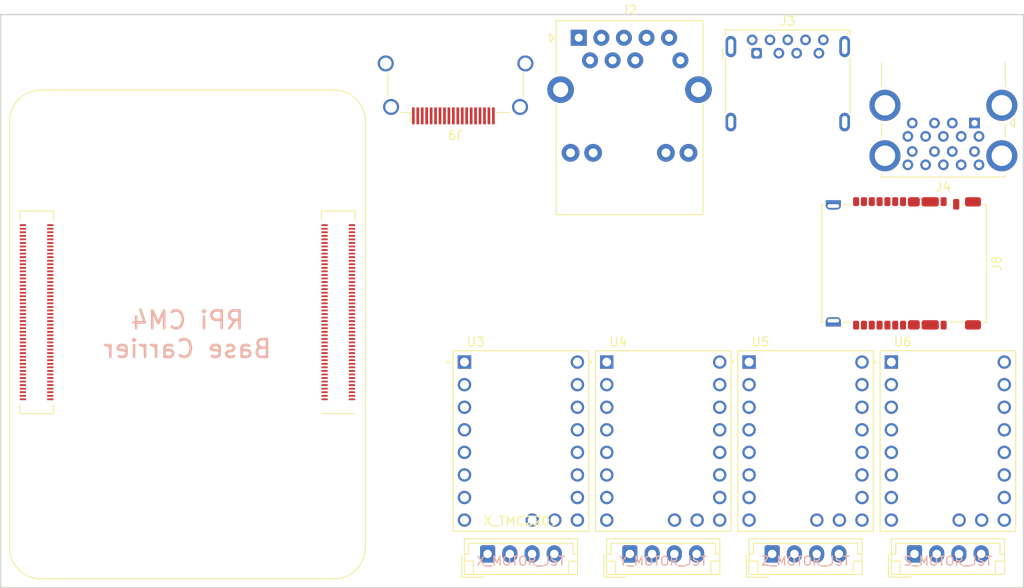
<source format=kicad_pcb>
(kicad_pcb (version 20241229) (generator "pcbnew") (generator_version "9.0")
  (title_block (title "Raspberry Pi Compute Module 4 Carrier Template") (date "2020-10-31") (rev "v01") (comment 2 "creativecommons.org/licenses/by/4.0/") (comment 3 "License: CC BY-SA 4.0") (comment 4 "Author: Shawn Hymel"))
  (layers (0 "F.Cu" signal) (2 "B.Cu" signal) (13 "F.Paste" user) (15 "B.Paste" user) (5 "F.SilkS" user "F.Silkscreen") (7 "B.SilkS" user "B.Silkscreen") (1 "F.Mask" user) (3 "B.Mask" user) (25 "Edge.Cuts" user))
  (net 0 "")
  (net 1 "GND")
  (net 2 "+5V")
  (net 3 "+3.3V")
  (net 4 "/CM4 GPIO/nRPIBOOT")
  (net 11 "/CM4 GPIO/GPIO11")
  (net 12 "/CM4 GPIO/GPIO9")
  (net 15 "/CM4 GPIO/GPIO_14")
  (net 17 "/CM4 GPIO/GPIO10")
  (net 28 "/CM4 GPIO/GPIO_6")
  (net 47 "/CM4 GPIO/GPIO2")
  (net 54 "/CM4 GPIO/GPIO_13")
  (net 55 "/CM4 GPIO/GPIO_20")
  (net 56 "/CM4 GPIO/GPIO_19")
  (net 58 "/CM4 GPIO/GPIO_5")
  (net 61 "/CM4 GPIO/EEPROM_nWP")
  (net 65 "/CM4 GPIO/nLED_Activity")
  (net 66 "+1.8V")
  (net 68 "/CM4 GPIO/nPWR_LED")
  (net 74 "/CM4 GPIO/GPIO_12")
  (net 92 "/CM4 GPIO/GPIO3")
  (net 106 "/CM4 GPIO/GPIO_15")
  (net 109 "/CM4 GPIO/GPIO_21")
  (net 113 "/CM4 GPIO/GPIO_16")
  (net 123 "Net-(J1-Pin_3)")
  (net 124 "/TMC Modules/GND_BUS")
  (net 125 "Net-(J1-Pin_1)")
  (net 126 "/TMC Modules/M_PDN")
  (net 127 "/TMC Modules/3V3_BUS")
  (net 128 "/TMC Modules/M_EN")
  (net 129 "/TMC Modules/24V_BUS")
  (net 130 "Net-(J1-Pin_2)")
  (net 132 "/TMC Modules/M_SPRD")
  (net 134 "Net-(J1-Pin_4)")
  (net 135 "Net-(J5-Pin_4)")
  (net 137 "Net-(J5-Pin_2)")
  (net 138 "Net-(J5-Pin_3)")
  (net 139 "Net-(J5-Pin_1)")
  (net 143 "Net-(J6-Pin_2)")
  (net 144 "Net-(J6-Pin_4)")
  (net 145 "Net-(J6-Pin_1)")
  (net 146 "Net-(J6-Pin_3)")
  (net 147 "Net-(J7-Pin_1)")
  (net 148 "Net-(J7-Pin_4)")
  (net 151 "Net-(J7-Pin_3)")
  (net 152 "Net-(J7-Pin_2)")
  (net 156 "/TMC Modules/UART")
  (net 157 "/CM4 GPIO/SD_DAT1")
  (net 158 "/CM4 GPIO/SD_CMD")
  (net 162 "/CM4 GPIO/SD_CLK")
  (net 164 "/CM4 GPIO/SD_DAT0")
  (net 168 "/CM4 GPIO/SD_DAT2")
  (net 169 "/CM4 GPIO/SD_DAT3")
  (footprint "Connector_JST:JST_EH_B4B-EH-A_1x04_P2.50mm_Vertical" (layer "F.Cu") (at 130.25 130.7)
    (property "Reference" "J5" (hide yes))
    (property "Value" "Y_MOTOR_JST" (at 3.75 0.8 0) (layer "B.SilkS"))
    (pad "1" thru_hole roundrect (at 0 0) (size 1.7 1.95) (drill 0.95) (layers "*.Cu" "*.Mask") (roundrect_rratio 0.147059) (net 139 "Net-(J5-Pin_1)"))
    (pad "2" thru_hole oval (at 2.5 0) (size 1.7 1.95) (drill 0.95) (layers "*.Cu" "*.Mask") (net 137 "Net-(J5-Pin_2)"))
    (pad "3" thru_hole oval (at 5 0) (size 1.7 1.95) (drill 0.95) (layers "*.Cu" "*.Mask") (net 138 "Net-(J5-Pin_3)"))
    (pad "4" thru_hole oval (at 7.5 0) (size 1.7 1.95) (drill 0.95) (layers "*.Cu" "*.Mask") (net 135 "Net-(J5-Pin_4)"))
  )
  (footprint "TMC2209:MODULE_TMC2209_SILENTSTEPSTICK" (layer "F.Cu") (at 150 118)
    (property "Reference" "U5" (at -5.075 -11.155 0) (layer "F.SilkS"))
    (property "Value" "X_TMC2209")
    (pad "1" thru_hole rect (at -6.35 -8.89) (size 1.508 1.508) (drill 1) (layers "*.Cu" "*.Mask") (net 124 "/TMC Modules/GND_BUS"))
    (pad "2" thru_hole circle (at -6.35 -6.35) (size 1.508 1.508) (drill 1) (layers "*.Cu" "*.Mask") (net 127 "/TMC Modules/3V3_BUS"))
    (pad "3" thru_hole circle (at -6.35 -3.81) (size 1.508 1.508) (drill 1) (layers "*.Cu" "*.Mask") (net 146 "Net-(J6-Pin_3)"))
    (pad "4" thru_hole circle (at -6.35 -1.27) (size 1.508 1.508) (drill 1) (layers "*.Cu" "*.Mask") (net 145 "Net-(J6-Pin_1)"))
    (pad "5" thru_hole circle (at -6.35 1.27) (size 1.508 1.508) (drill 1) (layers "*.Cu" "*.Mask") (net 143 "Net-(J6-Pin_2)"))
    (pad "6" thru_hole circle (at -6.35 3.81) (size 1.508 1.508) (drill 1) (layers "*.Cu" "*.Mask") (net 144 "Net-(J6-Pin_4)"))
    (pad "7" thru_hole circle (at -6.35 6.35) (size 1.508 1.508) (drill 1) (layers "*.Cu" "*.Mask") (net 124 "/TMC Modules/GND_BUS"))
    (pad "8" thru_hole circle (at -6.35 8.89) (size 1.508 1.508) (drill 1) (layers "*.Cu" "*.Mask") (net 129 "/TMC Modules/24V_BUS"))
    (pad "9" thru_hole circle (at 6.35 -8.89) (size 1.508 1.508) (drill 1) (layers "*.Cu" "*.Mask") (net 55 "/CM4 GPIO/GPIO_20"))
    (pad "10" thru_hole circle (at 6.35 -6.35) (size 1.508 1.508) (drill 1) (layers "*.Cu" "*.Mask") (net 58 "/CM4 GPIO/GPIO_5"))
    (pad "11" thru_hole circle (at 6.35 -3.81) (size 1.508 1.508) (drill 1) (layers "*.Cu" "*.Mask") (net 126 "/TMC Modules/M_PDN"))
    (pad "12" thru_hole circle (at 6.35 -1.27) (size 1.508 1.508) (drill 1) (layers "*.Cu" "*.Mask") (net 156 "/TMC Modules/UART"))
    (pad "13" thru_hole circle (at 6.35 1.27) (size 1.508 1.508) (drill 1) (layers "*.Cu" "*.Mask") (net 132 "/TMC Modules/M_SPRD"))
    (pad "14" thru_hole circle (at 6.35 3.81) (size 1.508 1.508) (drill 1) (layers "*.Cu" "*.Mask") (net 127 "/TMC Modules/3V3_BUS"))
    (pad "15" thru_hole circle (at 6.35 6.35) (size 1.508 1.508) (drill 1) (layers "*.Cu" "*.Mask") (net 127 "/TMC Modules/3V3_BUS"))
    (pad "16" thru_hole circle (at 6.35 8.89) (size 1.508 1.508) (drill 1) (layers "*.Cu" "*.Mask") (net 128 "/TMC Modules/M_EN"))
    (pad "17" thru_hole circle (at 1.27 8.89) (size 1.508 1.508) (drill 1) (layers "*.Cu" "*.Mask"))
    (pad "18" thru_hole circle (at 3.81 8.89) (size 1.508 1.508) (drill 1) (layers "*.Cu" "*.Mask"))
  )
  (footprint "Connector_JST:JST_EH_B4B-EH-A_1x04_P2.50mm_Vertical" (layer "F.Cu") (at 114.25 130.7)
    (property "Reference" "J1" (hide yes))
    (property "Value" "X_MOTOR_JST" (at 3.75 0.8 0) (layer "B.SilkS"))
    (pad "1" thru_hole roundrect (at 0 0) (size 1.7 1.95) (drill 0.95) (layers "*.Cu" "*.Mask") (roundrect_rratio 0.147059) (net 125 "Net-(J1-Pin_1)"))
    (pad "2" thru_hole oval (at 2.5 0) (size 1.7 1.95) (drill 0.95) (layers "*.Cu" "*.Mask") (net 130 "Net-(J1-Pin_2)"))
    (pad "3" thru_hole oval (at 5 0) (size 1.7 1.95) (drill 0.95) (layers "*.Cu" "*.Mask") (net 123 "Net-(J1-Pin_3)"))
    (pad "4" thru_hole oval (at 7.5 0) (size 1.7 1.95) (drill 0.95) (layers "*.Cu" "*.Mask") (net 134 "Net-(J1-Pin_4)"))
  )
  (footprint "Connector_USB:USB3_A_Molex_48406-0001_Horizontal_Stacked" (layer "F.Cu") (at 169.000001 82.21 180)
    (property "Reference" "J4" (at 3.5 -7.2 0) (layer "F.SilkS"))
    (property "Value" "USB_A_Stacked")
    (pad "1" thru_hole rect (at 0 0 180) (size 1.2 1.2) (drill 0.7) (layers "*.Cu" "*.Mask"))
    (pad "2" thru_hole circle (at 2.5 0 180) (size 1.2 1.2) (drill 0.7) (layers "*.Cu" "*.Mask"))
    (pad "3" thru_hole circle (at 4.5 0 180) (size 1.2 1.2) (drill 0.7) (layers "*.Cu" "*.Mask"))
    (pad "4" thru_hole circle (at 7 0 180) (size 1.2 1.2) (drill 0.7) (layers "*.Cu" "*.Mask"))
    (pad "5" thru_hole circle (at 7.5 -1.5 180) (size 1.2 1.2) (drill 0.7) (layers "*.Cu" "*.Mask"))
    (pad "6" thru_hole circle (at 5.5 -1.5 180) (size 1.2 1.2) (drill 0.7) (layers "*.Cu" "*.Mask"))
    (pad "7" thru_hole circle (at 3.5 -1.5 180) (size 1.2 1.2) (drill 0.7) (layers "*.Cu" "*.Mask"))
    (pad "8" thru_hole circle (at 1.5 -1.5 180) (size 1.2 1.2) (drill 0.7) (layers "*.Cu" "*.Mask"))
    (pad "9" thru_hole circle (at -0.5 -1.5 180) (size 1.2 1.2) (drill 0.7) (layers "*.Cu" "*.Mask"))
    (pad "10" thru_hole circle (at 0 -3.2 180) (size 1.2 1.2) (drill 0.7) (layers "*.Cu" "*.Mask"))
    (pad "11" thru_hole circle (at 2.5 -3.2 180) (size 1.2 1.2) (drill 0.7) (layers "*.Cu" "*.Mask"))
    (pad "12" thru_hole circle (at 4.5 -3.2 180) (size 1.2 1.2) (drill 0.7) (layers "*.Cu" "*.Mask"))
    (pad "13" thru_hole circle (at 7 -3.2 180) (size 1.2 1.2) (drill 0.7) (layers "*.Cu" "*.Mask"))
    (pad "14" thru_hole circle (at 7.5 -4.7 180) (size 1.2 1.2) (drill 0.7) (layers "*.Cu" "*.Mask"))
    (pad "15" thru_hole circle (at 5.5 -4.7 180) (size 1.2 1.2) (drill 0.7) (layers "*.Cu" "*.Mask"))
    (pad "16" thru_hole circle (at 3.5 -4.7 180) (size 1.2 1.2) (drill 0.7) (layers "*.Cu" "*.Mask"))
    (pad "17" thru_hole circle (at 1.5 -4.7 180) (size 1.2 1.2) (drill 0.7) (layers "*.Cu" "*.Mask"))
    (pad "18" thru_hole circle (at -0.5 -4.7 180) (size 1.2 1.2) (drill 0.7) (layers "*.Cu" "*.Mask"))
    (pad "19" thru_hole circle (at -3.07 -3.68 180) (size 3.5 3.5) (drill 2.3) (layers "*.Cu" "*.Mask"))
    (pad "19" thru_hole circle (at -3.07 2 180) (size 3.5 3.5) (drill 2.3) (layers "*.Cu" "*.Mask"))
    (pad "19" thru_hole circle (at 10.07 -3.68 180) (size 3.5 3.5) (drill 2.3) (layers "*.Cu" "*.Mask"))
    (pad "19" thru_hole circle (at 10.07 2 180) (size 3.5 3.5) (drill 2.3) (layers "*.Cu" "*.Mask"))
  )
  (footprint "TMC2209:MODULE_TMC2209_SILENTSTEPSTICK" (layer "F.Cu") (at 134 118)
    (property "Reference" "U4" (at -5.075 -11.155 0) (layer "F.SilkS"))
    (property "Value" "X_TMC2209")
    (pad "1" thru_hole rect (at -6.35 -8.89) (size 1.508 1.508) (drill 1) (layers "*.Cu" "*.Mask") (net 124 "/TMC Modules/GND_BUS"))
    (pad "2" thru_hole circle (at -6.35 -6.35) (size 1.508 1.508) (drill 1) (layers "*.Cu" "*.Mask") (net 127 "/TMC Modules/3V3_BUS"))
    (pad "3" thru_hole circle (at -6.35 -3.81) (size 1.508 1.508) (drill 1) (layers "*.Cu" "*.Mask") (net 138 "Net-(J5-Pin_3)"))
    (pad "4" thru_hole circle (at -6.35 -1.27) (size 1.508 1.508) (drill 1) (layers "*.Cu" "*.Mask") (net 139 "Net-(J5-Pin_1)"))
    (pad "5" thru_hole circle (at -6.35 1.27) (size 1.508 1.508) (drill 1) (layers "*.Cu" "*.Mask") (net 137 "Net-(J5-Pin_2)"))
    (pad "6" thru_hole circle (at -6.35 3.81) (size 1.508 1.508) (drill 1) (layers "*.Cu" "*.Mask") (net 135 "Net-(J5-Pin_4)"))
    (pad "7" thru_hole circle (at -6.35 6.35) (size 1.508 1.508) (drill 1) (layers "*.Cu" "*.Mask") (net 124 "/TMC Modules/GND_BUS"))
    (pad "8" thru_hole circle (at -6.35 8.89) (size 1.508 1.508) (drill 1) (layers "*.Cu" "*.Mask") (net 129 "/TMC Modules/24V_BUS"))
    (pad "9" thru_hole circle (at 6.35 -8.89) (size 1.508 1.508) (drill 1) (layers "*.Cu" "*.Mask") (net 55 "/CM4 GPIO/GPIO_20"))
    (pad "10" thru_hole circle (at 6.35 -6.35) (size 1.508 1.508) (drill 1) (layers "*.Cu" "*.Mask") (net 58 "/CM4 GPIO/GPIO_5"))
    (pad "11" thru_hole circle (at 6.35 -3.81) (size 1.508 1.508) (drill 1) (layers "*.Cu" "*.Mask") (net 126 "/TMC Modules/M_PDN"))
    (pad "12" thru_hole circle (at 6.35 -1.27) (size 1.508 1.508) (drill 1) (layers "*.Cu" "*.Mask") (net 156 "/TMC Modules/UART"))
    (pad "13" thru_hole circle (at 6.35 1.27) (size 1.508 1.508) (drill 1) (layers "*.Cu" "*.Mask") (net 132 "/TMC Modules/M_SPRD"))
    (pad "14" thru_hole circle (at 6.35 3.81) (size 1.508 1.508) (drill 1) (layers "*.Cu" "*.Mask") (net 127 "/TMC Modules/3V3_BUS"))
    (pad "15" thru_hole circle (at 6.35 6.35) (size 1.508 1.508) (drill 1) (layers "*.Cu" "*.Mask") (net 127 "/TMC Modules/3V3_BUS"))
    (pad "16" thru_hole circle (at 6.35 8.89) (size 1.508 1.508) (drill 1) (layers "*.Cu" "*.Mask") (net 128 "/TMC Modules/M_EN"))
    (pad "17" thru_hole circle (at 1.27 8.89) (size 1.508 1.508) (drill 1) (layers "*.Cu" "*.Mask"))
    (pad "18" thru_hole circle (at 3.81 8.89) (size 1.508 1.508) (drill 1) (layers "*.Cu" "*.Mask"))
  )
  (footprint "TMC2209:MODULE_TMC2209_SILENTSTEPSTICK" (layer "F.Cu") (at 118 118)
    (property "Reference" "U3" (at -5.075 -11.155 0) (layer "F.SilkS"))
    (property "Value" "X_TMC2209" (at 0 9 0) (layer "F.SilkS"))
    (pad "1" thru_hole rect (at -6.35 -8.89) (size 1.508 1.508) (drill 1) (layers "*.Cu" "*.Mask") (net 124 "/TMC Modules/GND_BUS"))
    (pad "2" thru_hole circle (at -6.35 -6.35) (size 1.508 1.508) (drill 1) (layers "*.Cu" "*.Mask") (net 127 "/TMC Modules/3V3_BUS"))
    (pad "3" thru_hole circle (at -6.35 -3.81) (size 1.508 1.508) (drill 1) (layers "*.Cu" "*.Mask") (net 123 "Net-(J1-Pin_3)"))
    (pad "4" thru_hole circle (at -6.35 -1.27) (size 1.508 1.508) (drill 1) (layers "*.Cu" "*.Mask") (net 125 "Net-(J1-Pin_1)"))
    (pad "5" thru_hole circle (at -6.35 1.27) (size 1.508 1.508) (drill 1) (layers "*.Cu" "*.Mask") (net 130 "Net-(J1-Pin_2)"))
    (pad "6" thru_hole circle (at -6.35 3.81) (size 1.508 1.508) (drill 1) (layers "*.Cu" "*.Mask") (net 134 "Net-(J1-Pin_4)"))
    (pad "7" thru_hole circle (at -6.35 6.35) (size 1.508 1.508) (drill 1) (layers "*.Cu" "*.Mask") (net 124 "/TMC Modules/GND_BUS"))
    (pad "8" thru_hole circle (at -6.35 8.89) (size 1.508 1.508) (drill 1) (layers "*.Cu" "*.Mask") (net 129 "/TMC Modules/24V_BUS"))
    (pad "9" thru_hole circle (at 6.35 -8.89) (size 1.508 1.508) (drill 1) (layers "*.Cu" "*.Mask") (net 55 "/CM4 GPIO/GPIO_20"))
    (pad "10" thru_hole circle (at 6.35 -6.35) (size 1.508 1.508) (drill 1) (layers "*.Cu" "*.Mask") (net 58 "/CM4 GPIO/GPIO_5"))
    (pad "11" thru_hole circle (at 6.35 -3.81) (size 1.508 1.508) (drill 1) (layers "*.Cu" "*.Mask") (net 126 "/TMC Modules/M_PDN"))
    (pad "12" thru_hole circle (at 6.35 -1.27) (size 1.508 1.508) (drill 1) (layers "*.Cu" "*.Mask") (net 156 "/TMC Modules/UART"))
    (pad "13" thru_hole circle (at 6.35 1.27) (size 1.508 1.508) (drill 1) (layers "*.Cu" "*.Mask") (net 132 "/TMC Modules/M_SPRD"))
    (pad "14" thru_hole circle (at 6.35 3.81) (size 1.508 1.508) (drill 1) (layers "*.Cu" "*.Mask") (net 127 "/TMC Modules/3V3_BUS"))
    (pad "15" thru_hole circle (at 6.35 6.35) (size 1.508 1.508) (drill 1) (layers "*.Cu" "*.Mask") (net 127 "/TMC Modules/3V3_BUS"))
    (pad "16" thru_hole circle (at 6.35 8.89) (size 1.508 1.508) (drill 1) (layers "*.Cu" "*.Mask") (net 128 "/TMC Modules/M_EN"))
    (pad "17" thru_hole circle (at 1.27 8.89) (size 1.508 1.508) (drill 1) (layers "*.Cu" "*.Mask"))
    (pad "18" thru_hole circle (at 3.81 8.89) (size 1.508 1.508) (drill 1) (layers "*.Cu" "*.Mask"))
  )
  (footprint "TMC2209:MODULE_TMC2209_SILENTSTEPSTICK" (layer "F.Cu") (at 166 118)
    (property "Reference" "U6" (at -5.075 -11.155 0) (layer "F.SilkS"))
    (property "Value" "X_TMC2209")
    (pad "1" thru_hole rect (at -6.35 -8.89) (size 1.508 1.508) (drill 1) (layers "*.Cu" "*.Mask") (net 124 "/TMC Modules/GND_BUS"))
    (pad "2" thru_hole circle (at -6.35 -6.35) (size 1.508 1.508) (drill 1) (layers "*.Cu" "*.Mask") (net 127 "/TMC Modules/3V3_BUS"))
    (pad "3" thru_hole circle (at -6.35 -3.81) (size 1.508 1.508) (drill 1) (layers "*.Cu" "*.Mask") (net 151 "Net-(J7-Pin_3)"))
    (pad "4" thru_hole circle (at -6.35 -1.27) (size 1.508 1.508) (drill 1) (layers "*.Cu" "*.Mask") (net 147 "Net-(J7-Pin_1)"))
    (pad "5" thru_hole circle (at -6.35 1.27) (size 1.508 1.508) (drill 1) (layers "*.Cu" "*.Mask") (net 152 "Net-(J7-Pin_2)"))
    (pad "6" thru_hole circle (at -6.35 3.81) (size 1.508 1.508) (drill 1) (layers "*.Cu" "*.Mask") (net 148 "Net-(J7-Pin_4)"))
    (pad "7" thru_hole circle (at -6.35 6.35) (size 1.508 1.508) (drill 1) (layers "*.Cu" "*.Mask") (net 124 "/TMC Modules/GND_BUS"))
    (pad "8" thru_hole circle (at -6.35 8.89) (size 1.508 1.508) (drill 1) (layers "*.Cu" "*.Mask") (net 129 "/TMC Modules/24V_BUS"))
    (pad "9" thru_hole circle (at 6.35 -8.89) (size 1.508 1.508) (drill 1) (layers "*.Cu" "*.Mask") (net 55 "/CM4 GPIO/GPIO_20"))
    (pad "10" thru_hole circle (at 6.35 -6.35) (size 1.508 1.508) (drill 1) (layers "*.Cu" "*.Mask") (net 58 "/CM4 GPIO/GPIO_5"))
    (pad "11" thru_hole circle (at 6.35 -3.81) (size 1.508 1.508) (drill 1) (layers "*.Cu" "*.Mask") (net 126 "/TMC Modules/M_PDN"))
    (pad "12" thru_hole circle (at 6.35 -1.27) (size 1.508 1.508) (drill 1) (layers "*.Cu" "*.Mask") (net 156 "/TMC Modules/UART"))
    (pad "13" thru_hole circle (at 6.35 1.27) (size 1.508 1.508) (drill 1) (layers "*.Cu" "*.Mask") (net 132 "/TMC Modules/M_SPRD"))
    (pad "14" thru_hole circle (at 6.35 3.81) (size 1.508 1.508) (drill 1) (layers "*.Cu" "*.Mask") (net 127 "/TMC Modules/3V3_BUS"))
    (pad "15" thru_hole circle (at 6.35 6.35) (size 1.508 1.508) (drill 1) (layers "*.Cu" "*.Mask") (net 127 "/TMC Modules/3V3_BUS"))
    (pad "16" thru_hole circle (at 6.35 8.89) (size 1.508 1.508) (drill 1) (layers "*.Cu" "*.Mask") (net 128 "/TMC Modules/M_EN"))
    (pad "17" thru_hole circle (at 1.27 8.89) (size 1.508 1.508) (drill 1) (layers "*.Cu" "*.Mask"))
    (pad "18" thru_hole circle (at 3.81 8.89) (size 1.508 1.508) (drill 1) (layers "*.Cu" "*.Mask"))
  )
  (footprint "Connector_RJ:RJ45_Abracon_ARJP11A-MA_Horizontal" (layer "F.Cu") (at 124.5 72.61)
    (property "Reference" "J2" (at 5.71 -3.1 0) (layer "F.SilkS"))
    (property "Value" "RJ45")
    (pad "" np_thru_hole circle (at 0 8.89) (size 3.2 3.2) (drill 3.2) (layers "*.Cu" "*.Mask"))
    (pad "" np_thru_hole circle (at 11.43 8.89) (size 3.2 3.2) (drill 3.2) (layers "*.Cu" "*.Mask"))
    (pad "1" thru_hole rect (at 0 0) (size 1.8 1.8) (drill 0.9) (layers "*.Cu" "*.Mask"))
    (pad "2" thru_hole circle (at 1.27 2.54) (size 1.8 1.8) (drill 0.9) (layers "*.Cu" "*.Mask"))
    (pad "3" thru_hole circle (at 2.54 0) (size 1.8 1.8) (drill 0.9) (layers "*.Cu" "*.Mask"))
    (pad "4" thru_hole circle (at 3.81 2.54) (size 1.8 1.8) (drill 0.9) (layers "*.Cu" "*.Mask"))
    (pad "5" thru_hole circle (at 5.08 0) (size 1.8 1.8) (drill 0.9) (layers "*.Cu" "*.Mask"))
    (pad "6" thru_hole circle (at 6.35 2.54) (size 1.8 1.8) (drill 0.9) (layers "*.Cu" "*.Mask"))
    (pad "7" thru_hole circle (at 7.62 0) (size 1.8 1.8) (drill 0.9) (layers "*.Cu" "*.Mask"))
    (pad "9" thru_hole circle (at 10.16 0) (size 1.8 1.8) (drill 0.9) (layers "*.Cu" "*.Mask"))
    (pad "10" thru_hole circle (at 11.43 2.54) (size 1.8 1.8) (drill 0.9) (layers "*.Cu" "*.Mask"))
    (pad "11" thru_hole circle (at -0.92 12.95) (size 2 2) (drill 1) (layers "*.Cu" "*.Mask"))
    (pad "12" thru_hole circle (at 1.62 12.95) (size 2 2) (drill 1) (layers "*.Cu" "*.Mask"))
    (pad "13" thru_hole circle (at 9.8 12.95) (size 2 2) (drill 1) (layers "*.Cu" "*.Mask"))
    (pad "14" thru_hole circle (at 12.34 12.95) (size 2 2) (drill 1) (layers "*.Cu" "*.Mask"))
    (pad "SH" thru_hole circle (at -2.04 5.84) (size 3 3) (drill 1.7) (layers "*.Cu" "*.Mask"))
    (pad "SH" thru_hole circle (at 13.46 5.84) (size 3 3) (drill 1.7) (layers "*.Cu" "*.Mask"))
  )
  (footprint "Connector_JST:JST_EH_B4B-EH-A_1x04_P2.50mm_Vertical" (layer "F.Cu") (at 146.25 130.7)
    (property "Reference" "J6" (hide yes))
    (property "Value" "Z_MOTOR_JST" (at 3.75 0.8 0) (layer "B.SilkS"))
    (pad "1" thru_hole roundrect (at 0 0) (size 1.7 1.95) (drill 0.95) (layers "*.Cu" "*.Mask") (roundrect_rratio 0.147059) (net 145 "Net-(J6-Pin_1)"))
    (pad "2" thru_hole oval (at 2.5 0) (size 1.7 1.95) (drill 0.95) (layers "*.Cu" "*.Mask") (net 143 "Net-(J6-Pin_2)"))
    (pad "3" thru_hole oval (at 5 0) (size 1.7 1.95) (drill 0.95) (layers "*.Cu" "*.Mask") (net 146 "Net-(J6-Pin_3)"))
    (pad "4" thru_hole oval (at 7.5 0) (size 1.7 1.95) (drill 0.95) (layers "*.Cu" "*.Mask") (net 144 "Net-(J6-Pin_4)"))
  )
  (footprint "Connector_Video:HDMI_A_Amphenol_10029449-x01xLF_Horizontal" (layer "F.Cu") (at 110.65 76.4 180)
    (property "Reference" "J9" (at 0 -7.1 180) (layer "F.SilkS"))
    (property "Value" "HDMI_A_1.4")
    (pad "1" smd rect (at 4.75 -5 180) (size 0.3 1.9) (layers "F.Cu" "F.Mask" "F.Paste"))
    (pad "2" smd rect (at 4.25 -5 180) (size 0.3 1.9) (layers "F.Cu" "F.Mask" "F.Paste"))
    (pad "3" smd rect (at 3.75 -5 180) (size 0.3 1.9) (layers "F.Cu" "F.Mask" "F.Paste"))
    (pad "4" smd rect (at 3.25 -5 180) (size 0.3 1.9) (layers "F.Cu" "F.Mask" "F.Paste"))
    (pad "5" smd rect (at 2.75 -5 180) (size 0.3 1.9) (layers "F.Cu" "F.Mask" "F.Paste"))
    (pad "6" smd rect (at 2.25 -5 180) (size 0.3 1.9) (layers "F.Cu" "F.Mask" "F.Paste"))
    (pad "7" smd rect (at 1.75 -5 180) (size 0.3 1.9) (layers "F.Cu" "F.Mask" "F.Paste"))
    (pad "8" smd rect (at 1.25 -5 180) (size 0.3 1.9) (layers "F.Cu" "F.Mask" "F.Paste"))
    (pad "9" smd rect (at 0.75 -5 180) (size 0.3 1.9) (layers "F.Cu" "F.Mask" "F.Paste"))
    (pad "10" smd rect (at 0.25 -5 180) (size 0.3 1.9) (layers "F.Cu" "F.Mask" "F.Paste"))
    (pad "11" smd rect (at -0.25 -5 180) (size 0.3 1.9) (layers "F.Cu" "F.Mask" "F.Paste"))
    (pad "12" smd rect (at -0.75 -5 180) (size 0.3 1.9) (layers "F.Cu" "F.Mask" "F.Paste"))
    (pad "13" smd rect (at -1.25 -5 180) (size 0.3 1.9) (layers "F.Cu" "F.Mask" "F.Paste"))
    (pad "14" smd rect (at -1.75 -5 180) (size 0.3 1.9) (layers "F.Cu" "F.Mask" "F.Paste"))
    (pad "15" smd rect (at -2.25 -5 180) (size 0.3 1.9) (layers "F.Cu" "F.Mask" "F.Paste"))
    (pad "16" smd rect (at -2.75 -5 180) (size 0.3 1.9) (layers "F.Cu" "F.Mask" "F.Paste"))
    (pad "17" smd rect (at -3.25 -5 180) (size 0.3 1.9) (layers "F.Cu" "F.Mask" "F.Paste"))
    (pad "18" smd rect (at -3.75 -5 180) (size 0.3 1.9) (layers "F.Cu" "F.Mask" "F.Paste"))
    (pad "19" smd rect (at -4.25 -5 180) (size 0.3 1.9) (layers "F.Cu" "F.Mask" "F.Paste"))
    (pad "SH" thru_hole circle (at -7.85 0.9 180) (size 1.8 1.8) (drill 1.3) (layers "*.Cu" "*.Mask"))
    (pad "SH" thru_hole circle (at -7.25 -4 180) (size 1.8 1.8) (drill 1.3) (layers "*.Cu" "*.Mask"))
    (pad "SH" thru_hole circle (at 7.25 -4 180) (size 1.8 1.8) (drill 1.3) (layers "*.Cu" "*.Mask"))
    (pad "SH" thru_hole circle (at 7.85 0.9 180) (size 1.8 1.8) (drill 1.3) (layers "*.Cu" "*.Mask"))
  )
  (footprint "Connector_USB:USB3_A_Molex_48393-001" (layer "F.Cu") (at 144.5 74.35)
    (property "Reference" "J3" (at 3.5 -3.6 0) (layer "F.SilkS"))
    (property "Value" "USB3_A")
    (pad "1" thru_hole roundrect (at 0 0) (size 1.2 1.2) (drill 0.7) (layers "*.Cu" "*.Mask") (roundrect_rratio 0.2083333333))
    (pad "2" thru_hole circle (at 2.5 0) (size 1.2 1.2) (drill 0.7) (layers "*.Cu" "*.Mask"))
    (pad "3" thru_hole circle (at 4.5 0) (size 1.2 1.2) (drill 0.7) (layers "*.Cu" "*.Mask"))
    (pad "4" thru_hole circle (at 7 0) (size 1.2 1.2) (drill 0.7) (layers "*.Cu" "*.Mask"))
    (pad "5" thru_hole circle (at 7.5 -1.5) (size 1.2 1.2) (drill 0.7) (layers "*.Cu" "*.Mask"))
    (pad "6" thru_hole circle (at 5.5 -1.5) (size 1.2 1.2) (drill 0.7) (layers "*.Cu" "*.Mask"))
    (pad "7" thru_hole circle (at 3.5 -1.5) (size 1.2 1.2) (drill 0.7) (layers "*.Cu" "*.Mask"))
    (pad "8" thru_hole circle (at 1.5 -1.5) (size 1.2 1.2) (drill 0.7) (layers "*.Cu" "*.Mask"))
    (pad "9" thru_hole circle (at -0.5 -1.5) (size 1.2 1.2) (drill 0.7) (layers "*.Cu" "*.Mask"))
    (pad "10" thru_hole oval (at -2.9 -0.75) (size 1.2 2.4) (drill oval 0.6 1.7) (layers "*.Cu" "*.Mask"))
    (pad "10" thru_hole oval (at -2.9 7.75) (size 1.2 2.1) (drill oval 0.6 1.4) (layers "*.Cu" "*.Mask"))
    (pad "10" thru_hole oval (at 9.9 -0.75) (size 1.2 2.4) (drill oval 0.6 1.7) (layers "*.Cu" "*.Mask"))
    (pad "10" thru_hole oval (at 9.9 7.75) (size 1.2 2.1) (drill oval 0.6 1.4) (layers "*.Cu" "*.Mask"))
  )
  (footprint "Connector_Card:SD-SIM_microSD-microSIM_Molex_104168-1620" (layer "F.Cu") (at 161 98 -90)
    (property "Reference" "J8" (at 0 -10.5 90) (layer "F.SilkS"))
    (property "Value" "Micro_SD_Card")
    (pad "C1" smd roundrect (at 6.95 -4.525 270) (size 1 0.68) (layers "F.Cu" "F.Mask" "F.Paste"))
    (pad "C2" smd roundrect (at 6.95 0.035 270) (size 1 0.68) (layers "F.Cu" "F.Mask" "F.Paste"))
    (pad "C3" smd roundrect (at 6.95 0.915 270) (size 1 0.68) (layers "F.Cu" "F.Mask" "F.Paste"))
    (pad "C4" smd roundrect (at 6.95 2.675 270) (size 1 0.68) (layers "F.Cu" "F.Mask" "F.Paste"))
    (pad "C5" smd roundrect (at -6.95 2.675 270) (size 1 0.68) (layers "F.Cu" "F.Mask" "F.Paste"))
    (pad "C6" smd roundrect (at -6.95 0.915 270) (size 1 0.68) (layers "F.Cu" "F.Mask" "F.Paste"))
    (pad "C7" smd roundrect (at -6.95 0.035 270) (size 1 0.68) (layers "F.Cu" "F.Mask" "F.Paste"))
    (pad "C8" smd roundrect (at -6.95 -4.525 270) (size 1 0.68) (layers "F.Cu" "F.Mask" "F.Paste"))
    (pad "S1" smd roundrect (at 6.95 5.315 270) (size 1 0.68) (layers "F.Cu" "F.Mask" "F.Paste"))
    (pad "S2" smd roundrect (at 6.95 4.435 270) (size 1 0.68) (layers "F.Cu" "F.Mask" "F.Paste"))
    (pad "S3" smd roundrect (at -6.95 4.435 270) (size 1 0.68) (layers "F.Cu" "F.Mask" "F.Paste"))
    (pad "S4" smd roundrect (at -6.95 5.315 270) (size 1 0.68) (layers "F.Cu" "F.Mask" "F.Paste"))
    (pad "S5" smd roundrect (at 6.95 1.795 270) (size 1 0.68) (layers "F.Cu" "F.Mask" "F.Paste"))
    (pad "S6" smd roundrect (at 6.95 3.555 270) (size 1 0.68) (layers "F.Cu" "F.Mask" "F.Paste"))
    (pad "S7" smd roundrect (at -6.95 3.555 270) (size 1 0.68) (layers "F.Cu" "F.Mask" "F.Paste"))
    (pad "S8" smd roundrect (at -6.95 1.795 270) (size 1 0.68) (layers "F.Cu" "F.Mask" "F.Paste"))
    (pad "SH" smd roundrect (at -6.925 -7.825 270) (size 1.05 1.8) (layers "F.Cu" "F.Mask" "F.Paste"))
    (pad "SH" smd roundrect (at -6.925 -3.015 270) (size 1.05 1.94) (layers "F.Cu" "F.Mask" "F.Paste"))
    (pad "SH" smd roundrect (at -6.925 -1.175 270) (size 1.05 1.34) (layers "F.Cu" "F.Mask" "F.Paste"))
    (pad "SH" thru_hole custom (at -6.455 7.875 270) (size 0.5 1.4) (drill oval 0.4 1.3) (layers "*.Cu" "*.Mask" "F.Paste") (options (clearance outline) (anchor rect)) (primitives (gr_poly (pts (xy 0.4 -0.4) (xy 0 -0.4) (xy 0 -0.85) (xy -0.65 -0.85) (xy -0.65 0.85) (xy 0 0.85) (xy 0 0.4) (xy 0.4 0.4)) (width 0) (fill yes)) (gr_circle (center -0.05 0.4) (end 0.4 0.4) (width 0) (fill yes)) (gr_circle (center -0.05 -0.4) (end 0.4 -0.4) (width 0) (fill yes))))
    (pad "SH" thru_hole custom (at 6.455 7.875 270) (size 0.5 1.4) (drill oval 0.4 1.3) (layers "*.Cu" "*.Mask" "F.Paste") (options (clearance outline) (anchor rect)) (primitives (gr_poly (pts (xy -0.4 -0.4) (xy 0 -0.4) (xy 0 -0.85) (xy 0.65 -0.85) (xy 0.65 0.85) (xy 0 0.85) (xy 0 0.4) (xy -0.4 0.4)) (width 0) (fill yes)) (gr_circle (center 0.05 0.4) (end 0.5 0.4) (width 0) (fill yes)) (gr_circle (center 0.05 -0.4) (end 0.5 -0.4) (width 0) (fill yes))))
    (pad "SH" smd roundrect (at 6.925 -7.825 270) (size 1.05 1.8) (layers "F.Cu" "F.Mask" "F.Paste"))
    (pad "SH" smd roundrect (at 6.925 -3.015 270) (size 1.05 1.94) (layers "F.Cu" "F.Mask" "F.Paste"))
    (pad "SH" smd roundrect (at 6.925 -1.175 270) (size 1.05 1.34) (layers "F.Cu" "F.Mask" "F.Paste"))
    (pad "SW" smd roundrect (at -6.65 -5.94 270) (size 1.2 0.7) (layers "F.Cu" "F.Mask" "F.Paste"))
  )
  (footprint "Connector_JST:JST_EH_B4B-EH-A_1x04_P2.50mm_Vertical" (layer "F.Cu") (at 162.25 130.7)
    (property "Reference" "J7" (hide yes))
    (property "Value" "S_MOTOR_JST" (at 3.75 0.8 0) (layer "B.SilkS"))
    (pad "1" thru_hole roundrect (at 0 0) (size 1.7 1.95) (drill 0.95) (layers "*.Cu" "*.Mask") (roundrect_rratio 0.147059) (net 147 "Net-(J7-Pin_1)"))
    (pad "2" thru_hole oval (at 2.5 0) (size 1.7 1.95) (drill 0.95) (layers "*.Cu" "*.Mask") (net 152 "Net-(J7-Pin_2)"))
    (pad "3" thru_hole oval (at 5 0) (size 1.7 1.95) (drill 0.95) (layers "*.Cu" "*.Mask") (net 151 "Net-(J7-Pin_3)"))
    (pad "4" thru_hole oval (at 7.5 0) (size 1.7 1.95) (drill 0.95) (layers "*.Cu" "*.Mask") (net 148 "Net-(J7-Pin_4)"))
  )
  (footprint "CM4IO:Raspberry-Pi-4-Compute-Module" (layer "F.Cu") (at 97 82 180)
    (property "Reference" "Module1" (hide yes))
    (property "Value" "ComputeModule4-CM4" (hide yes))
    (pad "" np_thru_hole circle (at 0 -48 180) (size 2.7 2.7) (drill 2.7) (layers "*.Cu" "*.Mask") (clearance 1.7))
    (pad "" np_thru_hole circle (at 0 0 180) (size 2.7 2.7) (drill 2.7) (layers "*.Cu" "*.Mask") (clearance 1.7))
    (pad "" np_thru_hole circle (at 33 -48 180) (size 2.7 2.7) (drill 2.7) (layers "*.Cu" "*.Mask") (clearance 1.7))
    (pad "" np_thru_hole circle (at 33 0 180) (size 2.7 2.7) (drill 2.7) (layers "*.Cu" "*.Mask") (clearance 1.7))
    (pad "1" smd rect (at -2 -31.3 90) (size 0.2 0.7) (layers "F.Cu" "F.Mask" "F.Paste") (net 1 "GND"))
    (pad "2" smd rect (at 1.08 -31.3 90) (size 0.2 0.7) (layers "F.Cu" "F.Mask" "F.Paste") (net 1 "GND"))
    (pad "3" smd rect (at -2 -30.9 90) (size 0.2 0.7) (layers "F.Cu" "F.Mask" "F.Paste"))
    (pad "4" smd rect (at 1.08 -30.9 90) (size 0.2 0.7) (layers "F.Cu" "F.Mask" "F.Paste"))
    (pad "5" smd rect (at -2 -30.5 90) (size 0.2 0.7) (layers "F.Cu" "F.Mask" "F.Paste"))
    (pad "6" smd rect (at 1.08 -30.5 90) (size 0.2 0.7) (layers "F.Cu" "F.Mask" "F.Paste"))
    (pad "7" smd rect (at -2 -30.1 90) (size 0.2 0.7) (layers "F.Cu" "F.Mask" "F.Paste") (net 1 "GND"))
    (pad "8" smd rect (at 1.08 -30.1 90) (size 0.2 0.7) (layers "F.Cu" "F.Mask" "F.Paste") (net 1 "GND"))
    (pad "9" smd rect (at -2 -29.7 90) (size 0.2 0.7) (layers "F.Cu" "F.Mask" "F.Paste"))
    (pad "10" smd rect (at 1.08 -29.7 90) (size 0.2 0.7) (layers "F.Cu" "F.Mask" "F.Paste"))
    (pad "11" smd rect (at -2 -29.3 90) (size 0.2 0.7) (layers "F.Cu" "F.Mask" "F.Paste"))
    (pad "12" smd rect (at 1.08 -29.3 90) (size 0.2 0.7) (layers "F.Cu" "F.Mask" "F.Paste"))
    (pad "13" smd rect (at -2 -28.9 90) (size 0.2 0.7) (layers "F.Cu" "F.Mask" "F.Paste") (net 1 "GND"))
    (pad "14" smd rect (at 1.08 -28.9 90) (size 0.2 0.7) (layers "F.Cu" "F.Mask" "F.Paste") (net 1 "GND"))
    (pad "15" smd rect (at -2 -28.5 90) (size 0.2 0.7) (layers "F.Cu" "F.Mask" "F.Paste"))
    (pad "16" smd rect (at 1.08 -28.5 90) (size 0.2 0.7) (layers "F.Cu" "F.Mask" "F.Paste"))
    (pad "17" smd rect (at -2 -28.1 90) (size 0.2 0.7) (layers "F.Cu" "F.Mask" "F.Paste"))
    (pad "18" smd rect (at 1.08 -28.1 90) (size 0.2 0.7) (layers "F.Cu" "F.Mask" "F.Paste"))
    (pad "19" smd rect (at -2 -27.7 90) (size 0.2 0.7) (layers "F.Cu" "F.Mask" "F.Paste"))
    (pad "20" smd rect (at 1.08 -27.7 90) (size 0.2 0.7) (layers "F.Cu" "F.Mask" "F.Paste") (net 61 "/CM4 GPIO/EEPROM_nWP"))
    (pad "21" smd rect (at -2 -27.3 90) (size 0.2 0.7) (layers "F.Cu" "F.Mask" "F.Paste") (net 65 "/CM4 GPIO/nLED_Activity"))
    (pad "22" smd rect (at 1.08 -27.3 90) (size 0.2 0.7) (layers "F.Cu" "F.Mask" "F.Paste") (net 1 "GND"))
    (pad "23" smd rect (at -2 -26.9 90) (size 0.2 0.7) (layers "F.Cu" "F.Mask" "F.Paste") (net 1 "GND"))
    (pad "24" smd rect (at 1.08 -26.9 90) (size 0.2 0.7) (layers "F.Cu" "F.Mask" "F.Paste"))
    (pad "25" smd rect (at -2 -26.5 90) (size 0.2 0.7) (layers "F.Cu" "F.Mask" "F.Paste") (net 109 "/CM4 GPIO/GPIO_21"))
    (pad "26" smd rect (at 1.08 -26.5 90) (size 0.2 0.7) (layers "F.Cu" "F.Mask" "F.Paste") (net 56 "/CM4 GPIO/GPIO_19"))
    (pad "27" smd rect (at -2 -26.1 90) (size 0.2 0.7) (layers "F.Cu" "F.Mask" "F.Paste") (net 55 "/CM4 GPIO/GPIO_20"))
    (pad "28" smd rect (at 1.08 -26.1 90) (size 0.2 0.7) (layers "F.Cu" "F.Mask" "F.Paste") (net 54 "/CM4 GPIO/GPIO_13"))
    (pad "29" smd rect (at -2 -25.7 90) (size 0.2 0.7) (layers "F.Cu" "F.Mask" "F.Paste") (net 113 "/CM4 GPIO/GPIO_16"))
    (pad "30" smd rect (at 1.08 -25.7 90) (size 0.2 0.7) (layers "F.Cu" "F.Mask" "F.Paste") (net 28 "/CM4 GPIO/GPIO_6"))
    (pad "31" smd rect (at -2 -25.3 90) (size 0.2 0.7) (layers "F.Cu" "F.Mask" "F.Paste") (net 74 "/CM4 GPIO/GPIO_12"))
    (pad "32" smd rect (at 1.08 -25.3 90) (size 0.2 0.7) (layers "F.Cu" "F.Mask" "F.Paste") (net 1 "GND"))
    (pad "33" smd rect (at -2 -24.9 90) (size 0.2 0.7) (layers "F.Cu" "F.Mask" "F.Paste") (net 1 "GND"))
    (pad "34" smd rect (at 1.08 -24.9 90) (size 0.2 0.7) (layers "F.Cu" "F.Mask" "F.Paste") (net 58 "/CM4 GPIO/GPIO_5"))
    (pad "35" smd rect (at -2 -24.5 90) (size 0.2 0.7) (layers "F.Cu" "F.Mask" "F.Paste"))
    (pad "36" smd rect (at 1.08 -24.5 90) (size 0.2 0.7) (layers "F.Cu" "F.Mask" "F.Paste"))
    (pad "37" smd rect (at -2 -24.1 90) (size 0.2 0.7) (layers "F.Cu" "F.Mask" "F.Paste"))
    (pad "38" smd rect (at 1.08 -24.1 90) (size 0.2 0.7) (layers "F.Cu" "F.Mask" "F.Paste") (net 11 "/CM4 GPIO/GPIO11"))
    (pad "39" smd rect (at -2 -23.7 90) (size 0.2 0.7) (layers "F.Cu" "F.Mask" "F.Paste"))
    (pad "40" smd rect (at 1.08 -23.7 90) (size 0.2 0.7) (layers "F.Cu" "F.Mask" "F.Paste") (net 12 "/CM4 GPIO/GPIO9"))
    (pad "41" smd rect (at -2 -23.3 90) (size 0.2 0.7) (layers "F.Cu" "F.Mask" "F.Paste"))
    (pad "42" smd rect (at 1.08 -23.3 90) (size 0.2 0.7) (layers "F.Cu" "F.Mask" "F.Paste") (net 1 "GND"))
    (pad "43" smd rect (at -2 -22.9 90) (size 0.2 0.7) (layers "F.Cu" "F.Mask" "F.Paste") (net 1 "GND"))
    (pad "44" smd rect (at 1.08 -22.9 90) (size 0.2 0.7) (layers "F.Cu" "F.Mask" "F.Paste") (net 17 "/CM4 GPIO/GPIO10"))
    (pad "45" smd rect (at -2 -22.5 90) (size 0.2 0.7) (layers "F.Cu" "F.Mask" "F.Paste"))
    (pad "46" smd rect (at 1.08 -22.5 90) (size 0.2 0.7) (layers "F.Cu" "F.Mask" "F.Paste"))
    (pad "47" smd rect (at -2 -22.1 90) (size 0.2 0.7) (layers "F.Cu" "F.Mask" "F.Paste"))
    (pad "48" smd rect (at 1.08 -22.1 90) (size 0.2 0.7) (layers "F.Cu" "F.Mask" "F.Paste"))
    (pad "49" smd rect (at -2 -21.7 90) (size 0.2 0.7) (layers "F.Cu" "F.Mask" "F.Paste"))
    (pad "50" smd rect (at 1.08 -21.7 90) (size 0.2 0.7) (layers "F.Cu" "F.Mask" "F.Paste"))
    (pad "51" smd rect (at -2 -21.3 90) (size 0.2 0.7) (layers "F.Cu" "F.Mask" "F.Paste") (net 106 "/CM4 GPIO/GPIO_15"))
    (pad "52" smd rect (at 1.08 -21.3 90) (size 0.2 0.7) (layers "F.Cu" "F.Mask" "F.Paste") (net 1 "GND"))
    (pad "53" smd rect (at -2 -20.9 90) (size 0.2 0.7) (layers "F.Cu" "F.Mask" "F.Paste") (net 1 "GND"))
    (pad "54" smd rect (at 1.08 -20.9 90) (size 0.2 0.7) (layers "F.Cu" "F.Mask" "F.Paste"))
    (pad "55" smd rect (at -2 -20.5 90) (size 0.2 0.7) (layers "F.Cu" "F.Mask" "F.Paste") (net 15 "/CM4 GPIO/GPIO_14"))
    (pad "56" smd rect (at 1.08 -20.5 90) (size 0.2 0.7) (layers "F.Cu" "F.Mask" "F.Paste") (net 92 "/CM4 GPIO/GPIO3"))
    (pad "57" smd rect (at -2 -20.1 90) (size 0.2 0.7) (layers "F.Cu" "F.Mask" "F.Paste") (net 162 "/CM4 GPIO/SD_CLK"))
    (pad "58" smd rect (at 1.08 -20.1 90) (size 0.2 0.7) (layers "F.Cu" "F.Mask" "F.Paste") (net 47 "/CM4 GPIO/GPIO2"))
    (pad "59" smd rect (at -2 -19.7 90) (size 0.2 0.7) (layers "F.Cu" "F.Mask" "F.Paste") (net 1 "GND"))
    (pad "60" smd rect (at 1.08 -19.7 90) (size 0.2 0.7) (layers "F.Cu" "F.Mask" "F.Paste") (net 1 "GND"))
    (pad "61" smd rect (at -2 -19.3 90) (size 0.2 0.7) (layers "F.Cu" "F.Mask" "F.Paste") (net 169 "/CM4 GPIO/SD_DAT3"))
    (pad "62" smd rect (at 1.08 -19.3 90) (size 0.2 0.7) (layers "F.Cu" "F.Mask" "F.Paste") (net 158 "/CM4 GPIO/SD_CMD"))
    (pad "63" smd rect (at -2 -18.9 90) (size 0.2 0.7) (layers "F.Cu" "F.Mask" "F.Paste") (net 164 "/CM4 GPIO/SD_DAT0"))
    (pad "64" smd rect (at 1.08 -18.9 90) (size 0.2 0.7) (layers "F.Cu" "F.Mask" "F.Paste"))
    (pad "65" smd rect (at -2 -18.5 90) (size 0.2 0.7) (layers "F.Cu" "F.Mask" "F.Paste") (net 1 "GND"))
    (pad "66" smd rect (at 1.08 -18.5 90) (size 0.2 0.7) (layers "F.Cu" "F.Mask" "F.Paste") (net 1 "GND"))
    (pad "67" smd rect (at -2 -18.1 90) (size 0.2 0.7) (layers "F.Cu" "F.Mask" "F.Paste") (net 157 "/CM4 GPIO/SD_DAT1"))
    (pad "68" smd rect (at 1.08 -18.1 90) (size 0.2 0.7) (layers "F.Cu" "F.Mask" "F.Paste"))
    (pad "69" smd rect (at -2 -17.7 90) (size 0.2 0.7) (layers "F.Cu" "F.Mask" "F.Paste") (net 168 "/CM4 GPIO/SD_DAT2"))
    (pad "70" smd rect (at 1.08 -17.7 90) (size 0.2 0.7) (layers "F.Cu" "F.Mask" "F.Paste"))
    (pad "71" smd rect (at -2 -17.3 90) (size 0.2 0.7) (layers "F.Cu" "F.Mask" "F.Paste") (net 1 "GND"))
    (pad "72" smd rect (at 1.08 -17.3 90) (size 0.2 0.7) (layers "F.Cu" "F.Mask" "F.Paste"))
    (pad "73" smd rect (at -2 -16.9 90) (size 0.2 0.7) (layers "F.Cu" "F.Mask" "F.Paste"))
    (pad "74" smd rect (at 1.08 -16.9 90) (size 0.2 0.7) (layers "F.Cu" "F.Mask" "F.Paste") (net 1 "GND"))
    (pad "75" smd rect (at -2 -16.5 90) (size 0.2 0.7) (layers "F.Cu" "F.Mask" "F.Paste"))
    (pad "76" smd rect (at 1.08 -16.5 90) (size 0.2 0.7) (layers "F.Cu" "F.Mask" "F.Paste"))
    (pad "77" smd rect (at -2 -16.1 90) (size 0.2 0.7) (layers "F.Cu" "F.Mask" "F.Paste") (net 2 "+5V"))
    (pad "78" smd rect (at 1.08 -16.1 90) (size 0.2 0.7) (layers "F.Cu" "F.Mask" "F.Paste") (net 3 "+3.3V"))
    (pad "79" smd rect (at -2 -15.7 90) (size 0.2 0.7) (layers "F.Cu" "F.Mask" "F.Paste") (net 2 "+5V"))
    (pad "80" smd rect (at 1.08 -15.7 90) (size 0.2 0.7) (layers "F.Cu" "F.Mask" "F.Paste"))
    (pad "81" smd rect (at -2 -15.3 90) (size 0.2 0.7) (layers "F.Cu" "F.Mask" "F.Paste") (net 2 "+5V"))
    (pad "82" smd rect (at 1.08 -15.3 90) (size 0.2 0.7) (layers "F.Cu" "F.Mask" "F.Paste"))
    (pad "83" smd rect (at -2 -14.9 90) (size 0.2 0.7) (layers "F.Cu" "F.Mask" "F.Paste") (net 2 "+5V"))
    (pad "84" smd rect (at 1.08 -14.9 90) (size 0.2 0.7) (layers "F.Cu" "F.Mask" "F.Paste") (net 3 "+3.3V"))
    (pad "85" smd rect (at -2 -14.5 90) (size 0.2 0.7) (layers "F.Cu" "F.Mask" "F.Paste") (net 2 "+5V"))
    (pad "86" smd rect (at 1.08 -14.5 90) (size 0.2 0.7) (layers "F.Cu" "F.Mask" "F.Paste") (net 3 "+3.3V"))
    (pad "87" smd rect (at -2 -14.1 90) (size 0.2 0.7) (layers "F.Cu" "F.Mask" "F.Paste") (net 2 "+5V"))
    (pad "88" smd rect (at 1.08 -14.1 90) (size 0.2 0.7) (layers "F.Cu" "F.Mask" "F.Paste") (net 66 "+1.8V"))
    (pad "89" smd rect (at -2 -13.7 90) (size 0.2 0.7) (layers "F.Cu" "F.Mask" "F.Paste"))
    (pad "90" smd rect (at 1.08 -13.7 90) (size 0.2 0.7) (layers "F.Cu" "F.Mask" "F.Paste") (net 66 "+1.8V"))
    (pad "91" smd rect (at -2 -13.3 90) (size 0.2 0.7) (layers "F.Cu" "F.Mask" "F.Paste"))
    (pad "92" smd rect (at 1.08 -13.3 90) (size 0.2 0.7) (layers "F.Cu" "F.Mask" "F.Paste"))
    (pad "93" smd rect (at -2 -12.9 90) (size 0.2 0.7) (layers "F.Cu" "F.Mask" "F.Paste") (net 4 "/CM4 GPIO/nRPIBOOT"))
    (pad "94" smd rect (at 1.08 -12.9 90) (size 0.2 0.7) (layers "F.Cu" "F.Mask" "F.Paste"))
    (pad "95" smd rect (at -2 -12.5 90) (size 0.2 0.7) (layers "F.Cu" "F.Mask" "F.Paste") (net 68 "/CM4 GPIO/nPWR_LED"))
    (pad "96" smd rect (at 1.08 -12.5 90) (size 0.2 0.7) (layers "F.Cu" "F.Mask" "F.Paste"))
    (pad "97" smd rect (at -2 -12.1 90) (size 0.2 0.7) (layers "F.Cu" "F.Mask" "F.Paste"))
    (pad "98" smd rect (at 1.08 -12.1 90) (size 0.2 0.7) (layers "F.Cu" "F.Mask" "F.Paste") (net 1 "GND"))
    (pad "99" smd rect (at -2 -11.7 90) (size 0.2 0.7) (layers "F.Cu" "F.Mask" "F.Paste"))
    (pad "100" smd rect (at 1.08 -11.7 90) (size 0.2 0.7) (layers "F.Cu" "F.Mask" "F.Paste"))
    (pad "101" smd rect (at 31.92 -31.3 90) (size 0.2 0.7) (layers "F.Cu" "F.Mask" "F.Paste"))
    (pad "102" smd rect (at 35 -31.3 90) (size 0.2 0.7) (layers "F.Cu" "F.Mask" "F.Paste"))
    (pad "103" smd rect (at 31.92 -30.9 90) (size 0.2 0.7) (layers "F.Cu" "F.Mask" "F.Paste"))
    (pad "104" smd rect (at 35 -30.9 90) (size 0.2 0.7) (layers "F.Cu" "F.Mask" "F.Paste"))
    (pad "105" smd rect (at 31.92 -30.5 90) (size 0.2 0.7) (layers "F.Cu" "F.Mask" "F.Paste"))
    (pad "106" smd rect (at 35 -30.5 90) (size 0.2 0.7) (layers "F.Cu" "F.Mask" "F.Paste"))
    (pad "107" smd rect (at 31.92 -30.1 90) (size 0.2 0.7) (layers "F.Cu" "F.Mask" "F.Paste") (net 1 "GND"))
    (pad "108" smd rect (at 35 -30.1 90) (size 0.2 0.7) (layers "F.Cu" "F.Mask" "F.Paste") (net 1 "GND"))
    (pad "109" smd rect (at 31.92 -29.7 90) (size 0.2 0.7) (layers "F.Cu" "F.Mask" "F.Paste"))
    (pad "110" smd rect (at 35 -29.7 90) (size 0.2 0.7) (layers "F.Cu" "F.Mask" "F.Paste"))
    (pad "111" smd rect (at 31.92 -29.3 90) (size 0.2 0.7) (layers "F.Cu" "F.Mask" "F.Paste"))
    (pad "112" smd rect (at 35 -29.3 90) (size 0.2 0.7) (layers "F.Cu" "F.Mask" "F.Paste"))
    (pad "113" smd rect (at 31.92 -28.9 90) (size 0.2 0.7) (layers "F.Cu" "F.Mask" "F.Paste") (net 1 "GND"))
    (pad "114" smd rect (at 35 -28.9 90) (size 0.2 0.7) (layers "F.Cu" "F.Mask" "F.Paste") (net 1 "GND"))
    (pad "115" smd rect (at 31.92 -28.5 90) (size 0.2 0.7) (layers "F.Cu" "F.Mask" "F.Paste"))
    (pad "116" smd rect (at 35 -28.5 90) (size 0.2 0.7) (layers "F.Cu" "F.Mask" "F.Paste"))
    (pad "117" smd rect (at 31.92 -28.1 90) (size 0.2 0.7) (layers "F.Cu" "F.Mask" "F.Paste"))
    (pad "118" smd rect (at 35 -28.1 90) (size 0.2 0.7) (layers "F.Cu" "F.Mask" "F.Paste"))
    (pad "119" smd rect (at 31.92 -27.7 90) (size 0.2 0.7) (layers "F.Cu" "F.Mask" "F.Paste") (net 1 "GND"))
    (pad "120" smd rect (at 35 -27.7 90) (size 0.2 0.7) (layers "F.Cu" "F.Mask" "F.Paste") (net 1 "GND"))
    (pad "121" smd rect (at 31.92 -27.3 90) (size 0.2 0.7) (layers "F.Cu" "F.Mask" "F.Paste"))
    (pad "122" smd rect (at 35 -27.3 90) (size 0.2 0.7) (layers "F.Cu" "F.Mask" "F.Paste"))
    (pad "123" smd rect (at 31.92 -26.9 90) (size 0.2 0.7) (layers "F.Cu" "F.Mask" "F.Paste"))
    (pad "124" smd rect (at 35 -26.9 90) (size 0.2 0.7) (layers "F.Cu" "F.Mask" "F.Paste"))
    (pad "125" smd rect (at 31.92 -26.5 90) (size 0.2 0.7) (layers "F.Cu" "F.Mask" "F.Paste") (net 1 "GND"))
    (pad "126" smd rect (at 35 -26.5 90) (size 0.2 0.7) (layers "F.Cu" "F.Mask" "F.Paste") (net 1 "GND"))
    (pad "127" smd rect (at 31.92 -26.1 90) (size 0.2 0.7) (layers "F.Cu" "F.Mask" "F.Paste"))
    (pad "128" smd rect (at 35 -26.1 90) (size 0.2 0.7) (layers "F.Cu" "F.Mask" "F.Paste"))
    (pad "129" smd rect (at 31.92 -25.7 90) (size 0.2 0.7) (layers "F.Cu" "F.Mask" "F.Paste"))
    (pad "130" smd rect (at 35 -25.7 90) (size 0.2 0.7) (layers "F.Cu" "F.Mask" "F.Paste"))
    (pad "131" smd rect (at 31.92 -25.3 90) (size 0.2 0.7) (layers "F.Cu" "F.Mask" "F.Paste") (net 1 "GND"))
    (pad "132" smd rect (at 35 -25.3 90) (size 0.2 0.7) (layers "F.Cu" "F.Mask" "F.Paste") (net 1 "GND"))
    (pad "133" smd rect (at 31.92 -24.9 90) (size 0.2 0.7) (layers "F.Cu" "F.Mask" "F.Paste"))
    (pad "134" smd rect (at 35 -24.9 90) (size 0.2 0.7) (layers "F.Cu" "F.Mask" "F.Paste"))
    (pad "135" smd rect (at 31.92 -24.5 90) (size 0.2 0.7) (layers "F.Cu" "F.Mask" "F.Paste"))
    (pad "136" smd rect (at 35 -24.5 90) (size 0.2 0.7) (layers "F.Cu" "F.Mask" "F.Paste"))
    (pad "137" smd rect (at 31.92 -24.1 90) (size 0.2 0.7) (layers "F.Cu" "F.Mask" "F.Paste") (net 1 "GND"))
    (pad "138" smd rect (at 35 -24.1 90) (size 0.2 0.7) (layers "F.Cu" "F.Mask" "F.Paste") (net 1 "GND"))
    (pad "139" smd rect (at 31.92 -23.7 90) (size 0.2 0.7) (layers "F.Cu" "F.Mask" "F.Paste"))
    (pad "140" smd rect (at 35 -23.7 90) (size 0.2 0.7) (layers "F.Cu" "F.Mask" "F.Paste"))
    (pad "141" smd rect (at 31.92 -23.3 90) (size 0.2 0.7) (layers "F.Cu" "F.Mask" "F.Paste"))
    (pad "142" smd rect (at 35 -23.3 90) (size 0.2 0.7) (layers "F.Cu" "F.Mask" "F.Paste"))
    (pad "143" smd rect (at 31.92 -22.9 90) (size 0.2 0.7) (layers "F.Cu" "F.Mask" "F.Paste"))
    (pad "144" smd rect (at 35 -22.9 90) (size 0.2 0.7) (layers "F.Cu" "F.Mask" "F.Paste") (net 1 "GND"))
    (pad "145" smd rect (at 31.92 -22.5 90) (size 0.2 0.7) (layers "F.Cu" "F.Mask" "F.Paste"))
    (pad "146" smd rect (at 35 -22.5 90) (size 0.2 0.7) (layers "F.Cu" "F.Mask" "F.Paste"))
    (pad "147" smd rect (at 31.92 -22.1 90) (size 0.2 0.7) (layers "F.Cu" "F.Mask" "F.Paste"))
    (pad "148" smd rect (at 35 -22.1 90) (size 0.2 0.7) (layers "F.Cu" "F.Mask" "F.Paste"))
    (pad "149" smd rect (at 31.92 -21.7 90) (size 0.2 0.7) (layers "F.Cu" "F.Mask" "F.Paste"))
    (pad "150" smd rect (at 35 -21.7 90) (size 0.2 0.7) (layers "F.Cu" "F.Mask" "F.Paste") (net 1 "GND"))
    (pad "151" smd rect (at 31.92 -21.3 90) (size 0.2 0.7) (layers "F.Cu" "F.Mask" "F.Paste"))
    (pad "152" smd rect (at 35 -21.3 90) (size 0.2 0.7) (layers "F.Cu" "F.Mask" "F.Paste"))
    (pad "153" smd rect (at 31.92 -20.9 90) (size 0.2 0.7) (layers "F.Cu" "F.Mask" "F.Paste"))
    (pad "154" smd rect (at 35 -20.9 90) (size 0.2 0.7) (layers "F.Cu" "F.Mask" "F.Paste"))
    (pad "155" smd rect (at 31.92 -20.5 90) (size 0.2 0.7) (layers "F.Cu" "F.Mask" "F.Paste") (net 1 "GND"))
    (pad "156" smd rect (at 35 -20.5 90) (size 0.2 0.7) (layers "F.Cu" "F.Mask" "F.Paste") (net 1 "GND"))
    (pad "157" smd rect (at 31.92 -20.1 90) (size 0.2 0.7) (layers "F.Cu" "F.Mask" "F.Paste"))
    (pad "158" smd rect (at 35 -20.1 90) (size 0.2 0.7) (layers "F.Cu" "F.Mask" "F.Paste"))
    (pad "159" smd rect (at 31.92 -19.7 90) (size 0.2 0.7) (layers "F.Cu" "F.Mask" "F.Paste"))
    (pad "160" smd rect (at 35 -19.7 90) (size 0.2 0.7) (layers "F.Cu" "F.Mask" "F.Paste"))
    (pad "161" smd rect (at 31.92 -19.3 90) (size 0.2 0.7) (layers "F.Cu" "F.Mask" "F.Paste") (net 1 "GND"))
    (pad "162" smd rect (at 35 -19.3 90) (size 0.2 0.7) (layers "F.Cu" "F.Mask" "F.Paste") (net 1 "GND"))
    (pad "163" smd rect (at 31.92 -18.9 90) (size 0.2 0.7) (layers "F.Cu" "F.Mask" "F.Paste"))
    (pad "164" smd rect (at 35 -18.9 90) (size 0.2 0.7) (layers "F.Cu" "F.Mask" "F.Paste"))
    (pad "165" smd rect (at 31.92 -18.5 90) (size 0.2 0.7) (layers "F.Cu" "F.Mask" "F.Paste"))
    (pad "166" smd rect (at 35 -18.5 90) (size 0.2 0.7) (layers "F.Cu" "F.Mask" "F.Paste"))
    (pad "167" smd rect (at 31.92 -18.1 90) (size 0.2 0.7) (layers "F.Cu" "F.Mask" "F.Paste") (net 1 "GND"))
    (pad "168" smd rect (at 35 -18.1 90) (size 0.2 0.7) (layers "F.Cu" "F.Mask" "F.Paste") (net 1 "GND"))
    (pad "169" smd rect (at 31.92 -17.7 90) (size 0.2 0.7) (layers "F.Cu" "F.Mask" "F.Paste"))
    (pad "170" smd rect (at 35 -17.7 90) (size 0.2 0.7) (layers "F.Cu" "F.Mask" "F.Paste"))
    (pad "171" smd rect (at 31.92 -17.3 90) (size 0.2 0.7) (layers "F.Cu" "F.Mask" "F.Paste"))
    (pad "172" smd rect (at 35 -17.3 90) (size 0.2 0.7) (layers "F.Cu" "F.Mask" "F.Paste"))
    (pad "173" smd rect (at 31.92 -16.9 90) (size 0.2 0.7) (layers "F.Cu" "F.Mask" "F.Paste") (net 1 "GND"))
    (pad "174" smd rect (at 35 -16.9 90) (size 0.2 0.7) (layers "F.Cu" "F.Mask" "F.Paste") (net 1 "GND"))
    (pad "175" smd rect (at 31.92 -16.5 90) (size 0.2 0.7) (layers "F.Cu" "F.Mask" "F.Paste"))
    (pad "176" smd rect (at 35 -16.5 90) (size 0.2 0.7) (layers "F.Cu" "F.Mask" "F.Paste"))
    (pad "177" smd rect (at 31.92 -16.1 90) (size 0.2 0.7) (layers "F.Cu" "F.Mask" "F.Paste"))
    (pad "178" smd rect (at 35 -16.1 90) (size 0.2 0.7) (layers "F.Cu" "F.Mask" "F.Paste"))
    (pad "179" smd rect (at 31.92 -15.7 90) (size 0.2 0.7) (layers "F.Cu" "F.Mask" "F.Paste") (net 1 "GND"))
    (pad "180" smd rect (at 35 -15.7 90) (size 0.2 0.7) (layers "F.Cu" "F.Mask" "F.Paste") (net 1 "GND"))
    (pad "181" smd rect (at 31.92 -15.3 90) (size 0.2 0.7) (layers "F.Cu" "F.Mask" "F.Paste"))
    (pad "182" smd rect (at 35 -15.3 90) (size 0.2 0.7) (layers "F.Cu" "F.Mask" "F.Paste"))
    (pad "183" smd rect (at 31.92 -14.9 90) (size 0.2 0.7) (layers "F.Cu" "F.Mask" "F.Paste"))
    (pad "184" smd rect (at 35 -14.9 90) (size 0.2 0.7) (layers "F.Cu" "F.Mask" "F.Paste"))
    (pad "185" smd rect (at 31.92 -14.5 90) (size 0.2 0.7) (layers "F.Cu" "F.Mask" "F.Paste") (net 1 "GND"))
    (pad "186" smd rect (at 35 -14.5 90) (size 0.2 0.7) (layers "F.Cu" "F.Mask" "F.Paste") (net 1 "GND"))
    (pad "187" smd rect (at 31.92 -14.1 90) (size 0.2 0.7) (layers "F.Cu" "F.Mask" "F.Paste"))
    (pad "188" smd rect (at 35 -14.1 90) (size 0.2 0.7) (layers "F.Cu" "F.Mask" "F.Paste"))
    (pad "189" smd rect (at 31.92 -13.7 90) (size 0.2 0.7) (layers "F.Cu" "F.Mask" "F.Paste"))
    (pad "190" smd rect (at 35 -13.7 90) (size 0.2 0.7) (layers "F.Cu" "F.Mask" "F.Paste"))
    (pad "191" smd rect (at 31.92 -13.3 90) (size 0.2 0.7) (layers "F.Cu" "F.Mask" "F.Paste") (net 1 "GND"))
    (pad "192" smd rect (at 35 -13.3 90) (size 0.2 0.7) (layers "F.Cu" "F.Mask" "F.Paste") (net 1 "GND"))
    (pad "193" smd rect (at 31.92 -12.9 90) (size 0.2 0.7) (layers "F.Cu" "F.Mask" "F.Paste"))
    (pad "194" smd rect (at 35 -12.9 90) (size 0.2 0.7) (layers "F.Cu" "F.Mask" "F.Paste"))
    (pad "195" smd rect (at 31.92 -12.5 90) (size 0.2 0.7) (layers "F.Cu" "F.Mask" "F.Paste"))
    (pad "196" smd rect (at 35 -12.5 90) (size 0.2 0.7) (layers "F.Cu" "F.Mask" "F.Paste"))
    (pad "197" smd rect (at 31.92 -12.1 90) (size 0.2 0.7) (layers "F.Cu" "F.Mask" "F.Paste") (net 1 "GND"))
    (pad "198" smd rect (at 35 -12.1 90) (size 0.2 0.7) (layers "F.Cu" "F.Mask" "F.Paste") (net 1 "GND"))
    (pad "199" smd rect (at 31.92 -11.7 90) (size 0.2 0.7) (layers "F.Cu" "F.Mask" "F.Paste"))
    (pad "200" smd rect (at 35 -11.7 90) (size 0.2 0.7) (layers "F.Cu" "F.Mask" "F.Paste"))
  )
  (gr_rect (start 59.5 70) (end 174.5 134.5) (stroke (width 0.15)) (fill no) (layer "Edge.Cuts"))
  (gr_text "RPi CM4\nBase Carrier" (at 80.5 106 0) (layer "B.SilkS") (effects (font (size 2 2) (thickness 0.3)) (justify mirror)))
)
</source>
